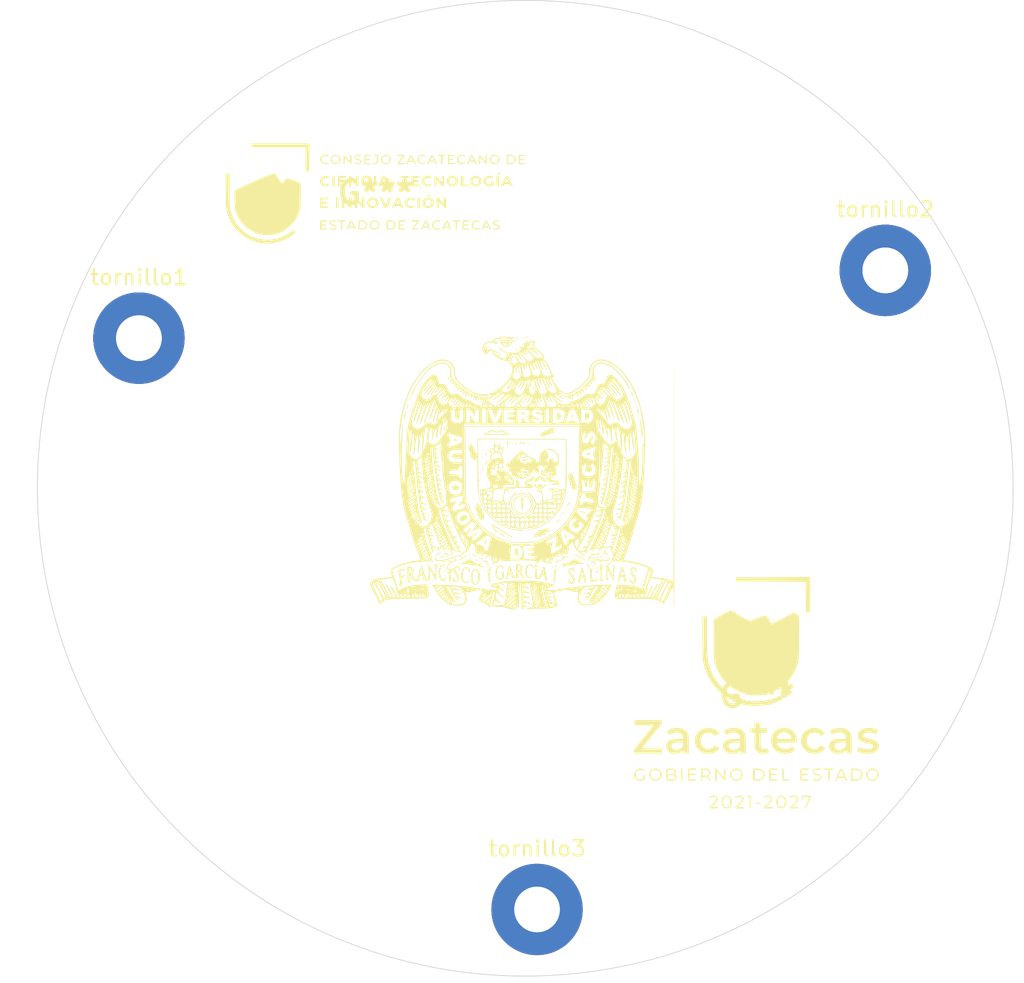
<source format=kicad_pcb>
(kicad_pcb (version 20240108) (generator "pcbnew") (generator_version "8.0")
  (layers (0 "F.Cu" signal) (31 "B.Cu" signal) (34 "B.Paste" user) (35 "F.Paste" user) (36 "B.SilkS" user "B.Silkscreen") (37 "F.SilkS" user "F.Silkscreen") (38 "B.Mask" user) (39 "F.Mask" user) (44 "Edge.Cuts" user))
  (net 0 "")
  (footprint "MountingHole:MountingHole_3mm_Pad" (layer "F.Cu") (at 145.075 121.925)
    (property "Reference" "tornillo3" (at 0 -4 0) (layer "F.SilkS"))
    (property "Value" "MountingHole_3mm_Pad")
    (pad "3" thru_hole circle (at 0 0) (size 6 6) (drill 3) (layers "*.Cu" "*.Mask"))
  )
  (footprint "" (layer "F.Cu") (at 118.925 84.4)
    (property "Reference" "" (at 0 0 0) (layer "F.SilkS") (effects (font (size 1.27 1.27))))
    (property "Value" "")
    (pad "1" thru_hole circle (at 0 0) (size 6 6) (drill 3) (layers "*.Cu" "*.Mask"))
  )
  (footprint "" (layer "F.Cu") (at 167.95 79.95)
    (property "Reference" "" (at 0 0 0) (layer "F.SilkS") (effects (font (size 1.27 1.27))))
    (property "Value" "")
    (pad "2" thru_hole circle (at 0 0) (size 6 6) (drill 3) (layers "*.Cu" "*.Mask"))
  )
  (footprint "MountingHole:MountingHole_3mm_Pad" (layer "F.Cu") (at 118.925 84.4)
    (property "Reference" "tornillo1" (at 0 -4 0) (layer "F.SilkS"))
    (property "Value" "MountingHole_3mm_Pad")
    (pad "1" thru_hole circle (at 0 0) (size 6 6) (drill 3) (layers "*.Cu" "*.Mask"))
  )
  (footprint "Images:cozcytlogo" (layer "F.Cu") (at 134.475 74.85)
    (property "Reference" "G***" (at 0 0 0) (layer "F.SilkS") (effects (font (size 1.5 1.5) (thickness 0.3))))
    (property "Value" "LOGO" (hide yes))
  )
  (footprint "MountingHole:MountingHole_3mm_Pad" (layer "F.Cu") (at 167.95 79.95)
    (property "Reference" "tornillo2" (at 0 -4 0) (layer "F.SilkS"))
    (property "Value" "MountingHole_3mm_Pad")
    (pad "2" thru_hole circle (at 0 0) (size 6 6) (drill 3) (layers "*.Cu" "*.Mask"))
  )
  (footprint "Images:zacatecaslogo" (layer "F.Cu") (at 159.525 107.875)
    (property "Reference" "G***" (at 0 0 0) (layer "F.SilkS") (effects (font (size 1.5 1.5) (thickness 0.3))))
    (property "Value" "LOGO" (hide yes))
  )
  (footprint "Images:uazlogo" (layer "F.Cu") (at 144.1 93.25)
    (property "Reference" "G***" (at 0 0 0) (layer "F.SilkS") (effects (font (size 1.5 1.5) (thickness 0.3))))
    (property "Value" "LOGO" (hide yes))
  )
  (gr_circle (center 144.3 94.256826) (end 166.35 117.506826) (stroke (width 0.05)) (fill none) (layer "Edge.Cuts"))
)
</source>
